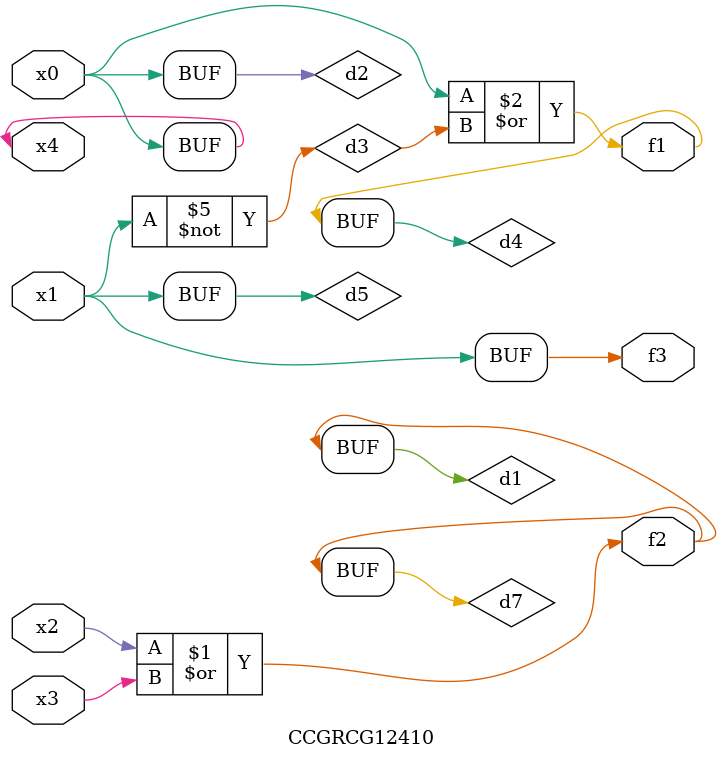
<source format=v>
module CCGRCG12410(
	input x0, x1, x2, x3, x4,
	output f1, f2, f3
);

	wire d1, d2, d3, d4, d5, d6, d7;

	or (d1, x2, x3);
	buf (d2, x0, x4);
	not (d3, x1);
	or (d4, d2, d3);
	not (d5, d3);
	nand (d6, d1, d3);
	or (d7, d1);
	assign f1 = d4;
	assign f2 = d7;
	assign f3 = d5;
endmodule

</source>
